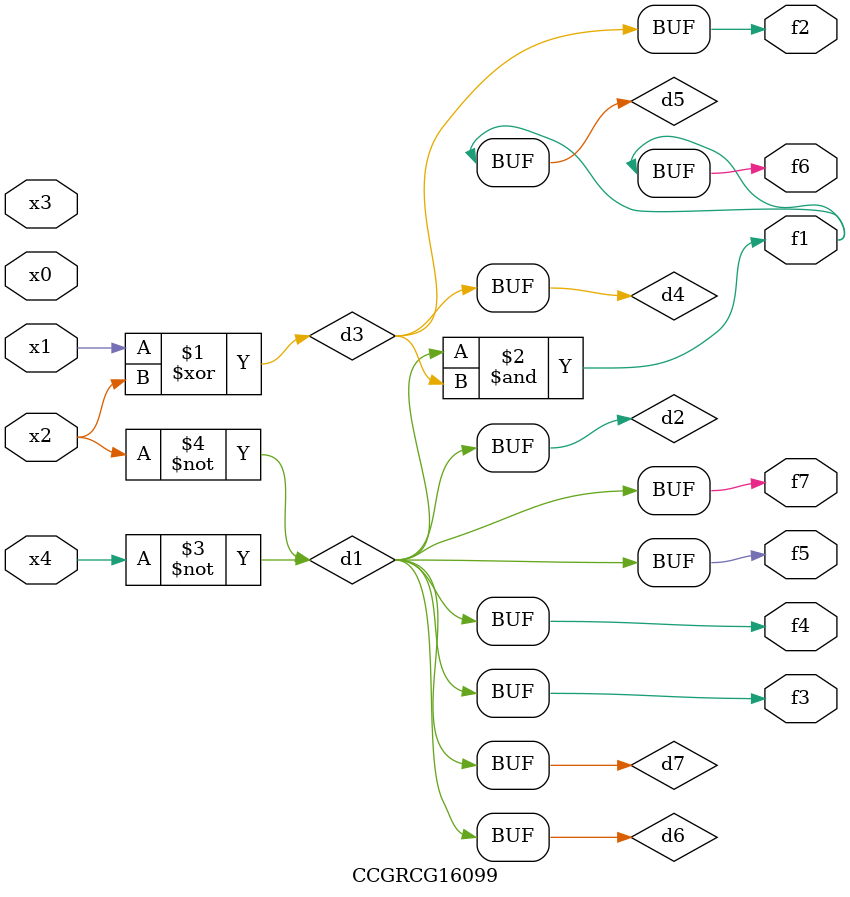
<source format=v>
module CCGRCG16099(
	input x0, x1, x2, x3, x4,
	output f1, f2, f3, f4, f5, f6, f7
);

	wire d1, d2, d3, d4, d5, d6, d7;

	not (d1, x4);
	not (d2, x2);
	xor (d3, x1, x2);
	buf (d4, d3);
	and (d5, d1, d3);
	buf (d6, d1, d2);
	buf (d7, d2);
	assign f1 = d5;
	assign f2 = d4;
	assign f3 = d7;
	assign f4 = d7;
	assign f5 = d7;
	assign f6 = d5;
	assign f7 = d7;
endmodule

</source>
